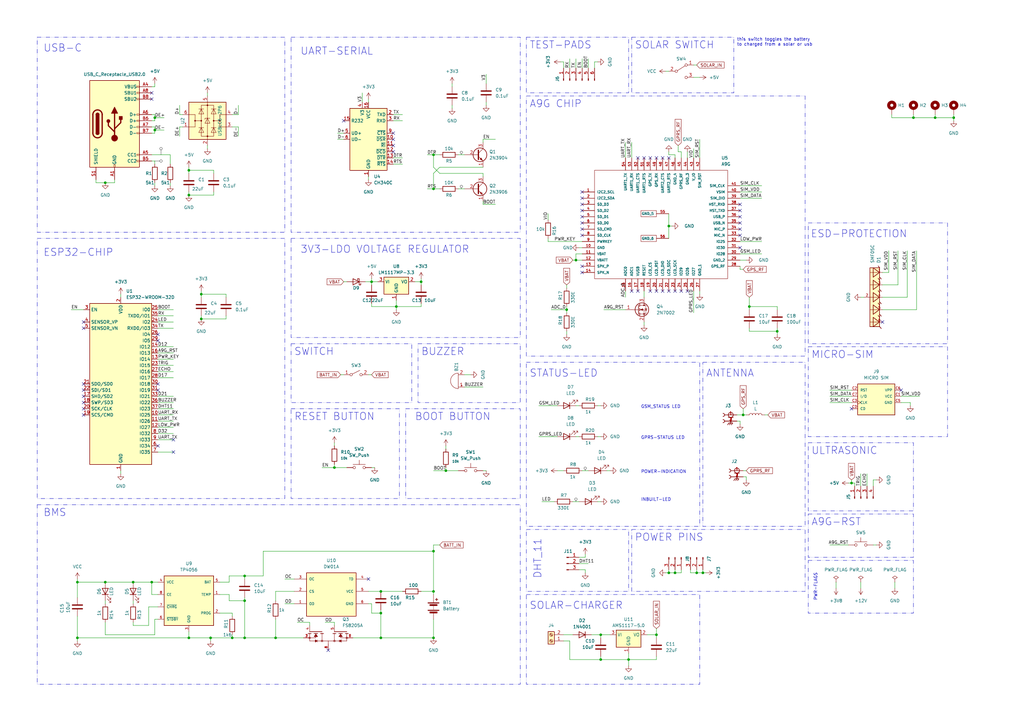
<source format=kicad_sch>
(kicad_sch (version 20230121) (generator eeschema)
  (paper "A3")
  (junction (at 177.8 242.57))
  (junction (at 82.55 120.65))
  (junction (at 31.75 261.62))
  (junction (at 63.5 53.34))
  (junction (at 246.38 260.35))
  (junction (at 156.21 261.62))
  (junction (at 349.25 198.12))
  (junction (at 95.25 261.62))
  (junction (at 182.88 193.04))
  (junction (at 276.86 234.95))
  (junction (at 177.8 261.62))
  (junction (at 257.81 270.51))
  (junction (at 172.72 115.57))
  (junction (at 288.29 234.95))
  (junction (at 82.55 130.81))
  (junction (at 232.41 127))
  (junction (at 383.54 48.26))
  (junction (at 77.47 69.85))
  (junction (at 137.16 191.77))
  (junction (at 236.22 106.68))
  (junction (at 274.32 92.71))
  (junction (at 156.21 251.46))
  (junction (at 391.16 48.26))
  (junction (at 152.4 115.57))
  (junction (at 285.75 234.95))
  (junction (at 162.56 125.73))
  (junction (at 31.75 238.76))
  (junction (at 77.47 261.62))
  (junction (at 43.18 238.76))
  (junction (at 156.21 242.57))
  (junction (at 246.38 270.51))
  (junction (at 100.33 261.62))
  (junction (at 307.34 125.73))
  (junction (at 274.32 234.95))
  (junction (at 86.36 261.62))
  (junction (at 177.8 63.5))
  (junction (at 100.33 236.22))
  (junction (at 269.24 260.35))
  (junction (at 177.8 77.47))
  (junction (at 113.03 261.62))
  (junction (at 43.18 74.93))
  (junction (at 374.65 48.26))
  (junction (at 100.33 246.38))
  (junction (at 77.47 80.01))
  (junction (at 177.8 226.06))
  (junction (at 304.8 170.18))
  (junction (at 318.77 135.89))
  (junction (at 54.61 238.76))
  (junction (at 62.23 238.76))
  (junction (at 63.5 48.26))
  (no_connect (at 238.76 83.82))
  (no_connect (at 303.53 101.6))
  (no_connect (at 64.77 160.02))
  (no_connect (at 261.62 64.77))
  (no_connect (at 271.78 119.38))
  (no_connect (at 303.53 83.82))
  (no_connect (at 161.29 62.23))
  (no_connect (at 238.76 81.28))
  (no_connect (at 264.16 64.77))
  (no_connect (at 349.25 167.64))
  (no_connect (at 64.77 137.16))
  (no_connect (at 279.4 119.38))
  (no_connect (at 34.29 157.48))
  (no_connect (at 361.95 132.08))
  (no_connect (at 266.7 64.77))
  (no_connect (at 238.76 78.74))
  (no_connect (at 303.53 91.44))
  (no_connect (at 274.32 64.77))
  (no_connect (at 34.29 167.64))
  (no_connect (at 238.76 96.52))
  (no_connect (at 238.76 88.9))
  (no_connect (at 238.76 91.44))
  (no_connect (at 64.77 157.48))
  (no_connect (at 238.76 86.36))
  (no_connect (at 303.53 88.9))
  (no_connect (at 161.29 57.15))
  (no_connect (at 34.29 165.1))
  (no_connect (at 64.77 182.88))
  (no_connect (at 62.23 40.64))
  (no_connect (at 34.29 134.62))
  (no_connect (at 71.12 185.42))
  (no_connect (at 71.12 180.34))
  (no_connect (at 161.29 59.69))
  (no_connect (at 281.94 119.38))
  (no_connect (at 34.29 132.08))
  (no_connect (at 34.29 162.56))
  (no_connect (at 140.97 49.53))
  (no_connect (at 62.23 38.1))
  (no_connect (at 238.76 93.98))
  (no_connect (at 64.77 139.7))
  (no_connect (at 303.53 93.98))
  (no_connect (at 34.29 170.18))
  (no_connect (at 261.62 119.38))
  (no_connect (at 269.24 64.77))
  (no_connect (at 259.08 119.38))
  (no_connect (at 238.76 109.22))
  (no_connect (at 369.57 160.02))
  (no_connect (at 266.7 119.38))
  (no_connect (at 161.29 54.61))
  (no_connect (at 274.32 119.38))
  (no_connect (at 303.53 96.52))
  (no_connect (at 34.29 160.02))
  (no_connect (at 276.86 119.38))
  (no_connect (at 134.62 266.7))
  (no_connect (at 303.53 86.36))
  (no_connect (at 151.13 237.49))
  (no_connect (at 269.24 119.38))
  (no_connect (at 238.76 111.76))
  (no_connect (at 271.78 64.77))
  (wire (pts (xy 182.88 191.77) (xy 182.88 193.04)))
  (wire (pts (xy 64.77 129.54) (xy 71.12 129.54)))
  (wire (pts (xy 185.42 34.29) (xy 185.42 35.56)))
  (wire (pts (xy 237.49 233.68) (xy 240.03 233.68)))
  (wire (pts (xy 365.76 46.99) (xy 365.76 48.26)))
  (wire (pts (xy 257.81 267.97) (xy 257.81 270.51)))
  (wire (pts (xy 304.8 170.18) (xy 306.07 170.18)))
  (wire (pts (xy 77.47 80.01) (xy 87.63 80.01)))
  (wire (pts (xy 63.5 260.35) (xy 63.5 254)))
  (wire (pts (xy 340.36 162.56) (xy 349.25 162.56)))
  (wire (pts (xy 152.4 125.73) (xy 162.56 125.73)))
  (wire (pts (xy 60.96 256.54) (xy 60.96 248.92)))
  (wire (pts (xy 285.75 233.68) (xy 285.75 234.95)))
  (wire (pts (xy 228.6 193.04) (xy 231.14 193.04)))
  (wire (pts (xy 64.77 165.1) (xy 71.12 165.1)))
  (wire (pts (xy 127 256.54) (xy 127 255.27)))
  (wire (pts (xy 139.7 153.67) (xy 140.97 153.67)))
  (wire (pts (xy 180.34 68.58) (xy 177.8 71.12)))
  (wire (pts (xy 172.72 114.3) (xy 172.72 115.57)))
  (wire (pts (xy 246.38 270.51) (xy 233.68 270.51)))
  (wire (pts (xy 374.65 48.26) (xy 374.65 46.99)))
  (wire (pts (xy 259.08 58.42) (xy 259.08 64.77)))
  (wire (pts (xy 62.23 238.76) (xy 62.23 243.84)))
  (wire (pts (xy 248.92 193.04) (xy 250.19 193.04)))
  (wire (pts (xy 303.53 110.49) (xy 304.8 110.49)))
  (wire (pts (xy 220.98 179.07) (xy 228.6 179.07)))
  (wire (pts (xy 85.09 59.69) (xy 85.09 60.96)))
  (wire (pts (xy 177.8 226.06) (xy 177.8 242.57)))
  (wire (pts (xy 113.03 261.62) (xy 124.46 261.62)))
  (wire (pts (xy 279.4 234.95) (xy 276.86 234.95)))
  (wire (pts (xy 361.95 127) (xy 375.92 127)))
  (wire (pts (xy 307.34 135.89) (xy 318.77 135.89)))
  (wire (pts (xy 86.36 261.62) (xy 95.25 261.62)))
  (wire (pts (xy 269.24 269.24) (xy 269.24 270.51)))
  (wire (pts (xy 256.54 58.42) (xy 256.54 64.77)))
  (wire (pts (xy 361.95 116.84) (xy 368.3 116.84)))
  (wire (pts (xy 138.43 57.15) (xy 140.97 57.15)))
  (wire (pts (xy 283.21 233.68) (xy 283.21 234.95)))
  (wire (pts (xy 133.35 255.27) (xy 137.16 255.27)))
  (wire (pts (xy 116.84 237.49) (xy 120.65 237.49)))
  (wire (pts (xy 391.16 48.26) (xy 383.54 48.26)))
  (wire (pts (xy 361.95 111.76) (xy 364.49 111.76)))
  (wire (pts (xy 31.75 261.62) (xy 31.75 262.89)))
  (wire (pts (xy 240.03 227.33) (xy 240.03 228.6)))
  (wire (pts (xy 284.48 31.75) (xy 287.02 31.75)))
  (wire (pts (xy 64.77 142.24) (xy 71.12 142.24)))
  (wire (pts (xy 185.42 43.18) (xy 185.42 44.45)))
  (wire (pts (xy 232.41 127) (xy 232.41 128.27)))
  (wire (pts (xy 278.13 59.69) (xy 278.13 62.23)))
  (wire (pts (xy 284.48 119.38) (xy 284.48 128.27)))
  (wire (pts (xy 354.33 121.92) (xy 353.06 121.92)))
  (wire (pts (xy 64.77 149.86) (xy 71.12 149.86)))
  (wire (pts (xy 90.17 251.46) (xy 95.25 251.46)))
  (wire (pts (xy 73.66 55.88) (xy 73.66 52.07)))
  (wire (pts (xy 391.16 48.26) (xy 391.16 49.53)))
  (wire (pts (xy 318.77 135.89) (xy 318.77 134.62)))
  (wire (pts (xy 64.77 134.62) (xy 71.12 134.62)))
  (wire (pts (xy 161.29 67.31) (xy 165.1 67.31)))
  (wire (pts (xy 77.47 69.85) (xy 87.63 69.85)))
  (wire (pts (xy 87.63 78.74) (xy 87.63 80.01)))
  (wire (pts (xy 274.32 92.71) (xy 274.32 97.79)))
  (wire (pts (xy 31.75 261.62) (xy 77.47 261.62)))
  (wire (pts (xy 170.18 115.57) (xy 172.72 115.57)))
  (wire (pts (xy 340.36 165.1) (xy 349.25 165.1)))
  (wire (pts (xy 222.25 205.74) (xy 227.33 205.74)))
  (wire (pts (xy 63.5 53.34) (xy 63.5 54.61)))
  (wire (pts (xy 234.95 205.74) (xy 237.49 205.74)))
  (wire (pts (xy 307.34 134.62) (xy 307.34 135.89)))
  (wire (pts (xy 232.41 125.73) (xy 232.41 127)))
  (wire (pts (xy 93.98 243.84) (xy 93.98 246.38)))
  (wire (pts (xy 303.53 81.28) (xy 312.42 81.28)))
  (wire (pts (xy 232.41 116.84) (xy 232.41 118.11)))
  (wire (pts (xy 177.8 77.47) (xy 180.34 77.47)))
  (wire (pts (xy 97.79 55.88) (xy 97.79 52.07)))
  (wire (pts (xy 54.61 256.54) (xy 60.96 256.54)))
  (wire (pts (xy 82.55 129.54) (xy 82.55 130.81)))
  (wire (pts (xy 257.81 270.51) (xy 269.24 270.51)))
  (wire (pts (xy 349.25 198.12) (xy 350.52 198.12)))
  (wire (pts (xy 238.76 104.14) (xy 236.22 104.14)))
  (wire (pts (xy 187.96 63.5) (xy 190.5 63.5)))
  (wire (pts (xy 93.98 246.38) (xy 100.33 246.38)))
  (wire (pts (xy 64.77 152.4) (xy 71.12 152.4)))
  (wire (pts (xy 82.55 130.81) (xy 92.71 130.81)))
  (wire (pts (xy 247.65 127) (xy 256.54 127)))
  (wire (pts (xy 236.22 166.37) (xy 237.49 166.37)))
  (wire (pts (xy 100.33 236.22) (xy 107.95 236.22)))
  (wire (pts (xy 43.18 238.76) (xy 54.61 238.76)))
  (wire (pts (xy 74.93 52.07) (xy 73.66 52.07)))
  (wire (pts (xy 137.16 256.54) (xy 137.16 255.27)))
  (wire (pts (xy 152.4 191.77) (xy 153.67 191.77)))
  (wire (pts (xy 137.16 190.5) (xy 137.16 191.77)))
  (wire (pts (xy 116.84 247.65) (xy 120.65 247.65)))
  (wire (pts (xy 233.68 262.89) (xy 233.68 270.51)))
  (wire (pts (xy 233.68 27.94) (xy 233.68 24.13)))
  (wire (pts (xy 100.33 246.38) (xy 100.33 261.62)))
  (wire (pts (xy 62.23 63.5) (xy 69.85 63.5)))
  (wire (pts (xy 43.18 246.38) (xy 43.18 247.65)))
  (wire (pts (xy 243.84 25.4) (xy 245.11 25.4)))
  (wire (pts (xy 64.77 177.8) (xy 71.12 177.8)))
  (wire (pts (xy 82.55 119.38) (xy 82.55 120.65)))
  (wire (pts (xy 154.94 115.57) (xy 152.4 115.57)))
  (wire (pts (xy 365.76 48.26) (xy 374.65 48.26)))
  (wire (pts (xy 64.77 243.84) (xy 62.23 243.84)))
  (wire (pts (xy 276.86 234.95) (xy 274.32 234.95)))
  (wire (pts (xy 121.92 255.27) (xy 127 255.27)))
  (wire (pts (xy 274.32 233.68) (xy 274.32 234.95)))
  (wire (pts (xy 63.5 48.26) (xy 63.5 49.53)))
  (wire (pts (xy 303.53 104.14) (xy 312.42 104.14)))
  (wire (pts (xy 100.33 261.62) (xy 95.25 261.62)))
  (wire (pts (xy 100.33 236.22) (xy 100.33 237.49)))
  (wire (pts (xy 64.77 154.94) (xy 71.12 154.94)))
  (wire (pts (xy 64.77 167.64) (xy 71.12 167.64)))
  (wire (pts (xy 113.03 246.38) (xy 113.03 242.57)))
  (wire (pts (xy 64.77 175.26) (xy 71.12 175.26)))
  (wire (pts (xy 49.53 193.04) (xy 49.53 194.31)))
  (wire (pts (xy 137.16 191.77) (xy 142.24 191.77)))
  (wire (pts (xy 383.54 48.26) (xy 374.65 48.26)))
  (wire (pts (xy 238.76 27.94) (xy 238.76 24.13)))
  (wire (pts (xy 54.61 238.76) (xy 62.23 238.76)))
  (wire (pts (xy 373.38 166.37) (xy 373.38 165.1)))
  (wire (pts (xy 177.8 63.5) (xy 180.34 63.5)))
  (wire (pts (xy 152.4 114.3) (xy 152.4 115.57)))
  (wire (pts (xy 391.16 46.99) (xy 391.16 48.26)))
  (wire (pts (xy 107.95 226.06) (xy 177.8 226.06)))
  (wire (pts (xy 64.77 147.32) (xy 71.12 147.32)))
  (wire (pts (xy 274.32 87.63) (xy 274.32 92.71)))
  (wire (pts (xy 31.75 237.49) (xy 31.75 238.76)))
  (wire (pts (xy 54.61 246.38) (xy 54.61 247.65)))
  (wire (pts (xy 358.14 223.52) (xy 359.41 223.52)))
  (wire (pts (xy 162.56 125.73) (xy 172.72 125.73)))
  (wire (pts (xy 161.29 49.53) (xy 165.1 49.53)))
  (wire (pts (xy 77.47 78.74) (xy 77.47 80.01)))
  (wire (pts (xy 220.98 166.37) (xy 228.6 166.37)))
  (wire (pts (xy 224.79 97.79) (xy 224.79 99.06)))
  (wire (pts (xy 303.53 99.06) (xy 312.42 99.06)))
  (wire (pts (xy 152.4 124.46) (xy 152.4 125.73)))
  (wire (pts (xy 62.23 238.76) (xy 64.77 238.76)))
  (wire (pts (xy 350.52 198.12) (xy 350.52 199.39)))
  (wire (pts (xy 93.98 238.76) (xy 93.98 236.22)))
  (wire (pts (xy 162.56 125.73) (xy 162.56 127)))
  (wire (pts (xy 90.17 238.76) (xy 93.98 238.76)))
  (wire (pts (xy 198.12 83.82) (xy 203.2 83.82)))
  (wire (pts (xy 303.53 106.68) (xy 306.07 106.68)))
  (wire (pts (xy 313.69 170.18) (xy 314.96 170.18)))
  (wire (pts (xy 77.47 68.58) (xy 77.47 69.85)))
  (wire (pts (xy 375.92 102.87) (xy 375.92 127)))
  (wire (pts (xy 372.11 102.87) (xy 372.11 121.92)))
  (wire (pts (xy 172.72 115.57) (xy 172.72 116.84)))
  (wire (pts (xy 303.53 172.72) (xy 303.53 173.99)))
  (wire (pts (xy 240.03 233.68) (xy 240.03 234.95)))
  (wire (pts (xy 95.25 251.46) (xy 95.25 252.73)))
  (wire (pts (xy 246.38 260.35) (xy 246.38 261.62)))
  (wire (pts (xy 113.03 242.57) (xy 120.65 242.57)))
  (wire (pts (xy 237.49 228.6) (xy 240.03 228.6)))
  (wire (pts (xy 242.57 260.35) (xy 246.38 260.35)))
  (wire (pts (xy 152.4 247.65) (xy 152.4 251.46)))
  (wire (pts (xy 236.22 106.68) (xy 238.76 106.68)))
  (wire (pts (xy 77.47 261.62) (xy 86.36 261.62)))
  (wire (pts (xy 287.02 119.38) (xy 287.02 120.65)))
  (wire (pts (xy 303.53 109.22) (xy 303.53 110.49)))
  (wire (pts (xy 64.77 180.34) (xy 71.12 180.34)))
  (wire (pts (xy 368.3 102.87) (xy 368.3 116.84)))
  (wire (pts (xy 288.29 234.95) (xy 285.75 234.95)))
  (wire (pts (xy 62.23 46.99) (xy 63.5 46.99)))
  (wire (pts (xy 182.88 193.04) (xy 187.96 193.04)))
  (wire (pts (xy 148.59 38.1) (xy 148.59 41.91)))
  (wire (pts (xy 152.4 251.46) (xy 156.21 251.46)))
  (wire (pts (xy 63.5 48.26) (xy 67.31 48.26)))
  (wire (pts (xy 90.17 243.84) (xy 93.98 243.84)))
  (wire (pts (xy 54.61 255.27) (xy 54.61 256.54)))
  (wire (pts (xy 347.98 198.12) (xy 349.25 198.12)))
  (wire (pts (xy 307.34 121.92) (xy 307.34 125.73)))
  (wire (pts (xy 284.48 60.96) (xy 284.48 64.77)))
  (wire (pts (xy 224.79 99.06) (xy 238.76 99.06)))
  (wire (pts (xy 307.34 125.73) (xy 307.34 127)))
  (wire (pts (xy 69.85 63.5) (xy 69.85 67.31)))
  (wire (pts (xy 63.5 34.29) (xy 63.5 35.56)))
  (wire (pts (xy 31.75 245.11) (xy 31.75 238.76)))
  (wire (pts (xy 198.12 57.15) (xy 203.2 57.15)))
  (wire (pts (xy 237.49 101.6) (xy 238.76 101.6)))
  (wire (pts (xy 46.99 74.93) (xy 43.18 74.93)))
  (wire (pts (xy 353.06 199.39) (xy 353.06 194.31)))
  (wire (pts (xy 340.36 160.02) (xy 349.25 160.02)))
  (wire (pts (xy 64.77 185.42) (xy 71.12 185.42)))
  (wire (pts (xy 69.85 74.93) (xy 69.85 76.2)))
  (wire (pts (xy 162.56 125.73) (xy 162.56 123.19)))
  (wire (pts (xy 172.72 242.57) (xy 177.8 242.57)))
  (wire (pts (xy 63.5 254) (xy 64.77 254)))
  (wire (pts (xy 265.43 260.35) (xy 269.24 260.35)))
  (wire (pts (xy 85.09 38.1) (xy 85.09 39.37)))
  (wire (pts (xy 87.63 69.85) (xy 87.63 71.12)))
  (wire (pts (xy 107.95 236.22) (xy 107.95 226.06)))
  (wire (pts (xy 29.21 127) (xy 34.29 127)))
  (wire (pts (xy 237.49 231.14) (xy 241.3 231.14)))
  (wire (pts (xy 92.71 120.65) (xy 92.71 121.92)))
  (wire (pts (xy 64.77 132.08) (xy 71.12 132.08)))
  (wire (pts (xy 304.8 195.58) (xy 306.07 195.58)))
  (wire (pts (xy 82.55 120.65) (xy 92.71 120.65)))
  (wire (pts (xy 60.96 248.92) (xy 64.77 248.92)))
  (wire (pts (xy 264.16 119.38) (xy 264.16 121.92)))
  (wire (pts (xy 161.29 46.99) (xy 165.1 46.99)))
  (wire (pts (xy 236.22 27.94) (xy 236.22 24.13)))
  (wire (pts (xy 279.4 62.23) (xy 279.4 64.77)))
  (wire (pts (xy 274.32 63.5) (xy 276.86 63.5)))
  (wire (pts (xy 361.95 121.92) (xy 372.11 121.92)))
  (wire (pts (xy 199.39 41.91) (xy 199.39 43.18)))
  (wire (pts (xy 278.13 62.23) (xy 279.4 62.23)))
  (wire (pts (xy 144.78 261.62) (xy 156.21 261.62)))
  (wire (pts (xy 100.33 245.11) (xy 100.33 246.38)))
  (wire (pts (xy 367.03 238.76) (xy 367.03 241.3)))
  (wire (pts (xy 342.9 238.76) (xy 342.9 241.3)))
  (wire (pts (xy 140.97 115.57) (xy 142.24 115.57)))
  (wire (pts (xy 63.5 74.93) (xy 63.5 76.2)))
  (wire (pts (xy 269.24 257.81) (xy 269.24 260.35)))
  (wire (pts (xy 39.37 73.66) (xy 39.37 74.93)))
  (wire (pts (xy 177.8 223.52) (xy 180.34 223.52)))
  (wire (pts (xy 31.75 238.76) (xy 43.18 238.76)))
  (wire (pts (xy 383.54 46.99) (xy 383.54 48.26)))
  (wire (pts (xy 355.6 199.39) (xy 355.6 194.31)))
  (wire (pts (xy 172.72 124.46) (xy 172.72 125.73)))
  (wire (pts (xy 273.05 29.21) (xy 274.32 29.21)))
  (wire (pts (xy 274.32 92.71) (xy 275.59 92.71)))
  (wire (pts (xy 198.12 71.12) (xy 180.34 71.12)))
  (wire (pts (xy 307.34 125.73) (xy 318.77 125.73)))
  (wire (pts (xy 177.8 254) (xy 177.8 261.62)))
  (wire (pts (xy 62.23 66.04) (xy 63.5 66.04)))
  (wire (pts (xy 234.95 106.68) (xy 236.22 106.68)))
  (wire (pts (xy 137.16 181.61) (xy 137.16 182.88)))
  (wire (pts (xy 63.5 46.99) (xy 63.5 48.26)))
  (wire (pts (xy 304.8 193.04) (xy 306.07 193.04)))
  (wire (pts (xy 175.26 63.5) (xy 177.8 63.5)))
  (wire (pts (xy 63.5 52.07) (xy 63.5 53.34)))
  (wire (pts (xy 180.34 71.12) (xy 177.8 68.58)))
  (wire (pts (xy 39.37 74.93) (xy 43.18 74.93)))
  (wire (pts (xy 340.36 223.52) (xy 347.98 223.52)))
  (wire (pts (xy 77.47 259.08) (xy 77.47 261.62)))
  (wire (pts (xy 95.25 52.07) (xy 97.79 52.07)))
  (wire (pts (xy 64.77 127) (xy 71.12 127)))
  (wire (pts (xy 303.53 78.74) (xy 312.42 78.74)))
  (wire (pts (xy 279.4 233.68) (xy 279.4 234.95)))
  (wire (pts (xy 175.26 77.47) (xy 177.8 77.47)))
  (wire (pts (xy 92.71 129.54) (xy 92.71 130.81)))
  (wire (pts (xy 64.77 162.56) (xy 71.12 162.56)))
  (wire (pts (xy 62.23 54.61) (xy 63.5 54.61)))
  (wire (pts (xy 93.98 236.22) (xy 100.33 236.22)))
  (wire (pts (xy 358.14 199.39) (xy 358.14 196.85)))
  (wire (pts (xy 353.06 238.76) (xy 353.06 241.3)))
  (wire (pts (xy 187.96 77.47) (xy 190.5 77.47)))
  (wire (pts (xy 177.8 63.5) (xy 177.8 68.58)))
  (wire (pts (xy 177.8 223.52) (xy 177.8 226.06)))
  (wire (pts (xy 177.8 242.57) (xy 177.8 243.84)))
  (wire (pts (xy 151.13 72.39) (xy 151.13 73.66)))
  (wire (pts (xy 302.26 172.72) (xy 303.53 172.72)))
  (wire (pts (xy 62.23 35.56) (xy 63.5 35.56)))
  (wire (pts (xy 43.18 260.35) (xy 63.5 260.35)))
  (wire (pts (xy 318.77 125.73) (xy 318.77 127)))
  (wire (pts (xy 245.11 179.07) (xy 246.38 179.07)))
  (wire (pts (xy 318.77 135.89) (xy 318.77 137.16)))
  (wire (pts (xy 306.07 195.58) (xy 306.07 196.85)))
  (wire (pts (xy 364.49 102.87) (xy 364.49 111.76)))
  (wire (pts (xy 151.13 40.64) (xy 151.13 41.91)))
  (wire (pts (xy 77.47 69.85) (xy 77.47 71.12)))
  (wire (pts (xy 100.33 261.62) (xy 113.03 261.62)))
  (wire (pts (xy 229.87 25.4) (xy 231.14 25.4)))
  (wire (pts (xy 289.56 234.95) (xy 288.29 234.95)))
  (wire (pts (xy 303.53 76.2) (xy 312.42 76.2)))
  (wire (pts (xy 151.13 247.65) (xy 152.4 247.65)))
  (wire (pts (xy 302.26 170.18) (xy 304.8 170.18)))
  (wire (pts (xy 86.36 261.62) (xy 86.36 262.89)))
  (wire (pts (xy 63.5 53.34) (xy 67.31 53.34)))
  (wire (pts (xy 177.8 261.62) (xy 156.21 261.62)))
  (wire (pts (xy 95.25 260.35) (xy 95.25 261.62)))
  (wire (pts (xy 373.38 165.1) (xy 369.57 165.1)))
  (wire (pts (xy 256.54 119.38) (xy 256.54 121.92)))
  (wire (pts (xy 224.79 87.63) (xy 224.79 90.17)))
  (wire (pts (xy 177.8 193.04) (xy 182.88 193.04)))
  (wire (pts (xy 243.84 27.94) (xy 243.84 25.4)))
  (wire (pts (xy 138.43 54.61) (xy 140.97 54.61)))
  (wire (pts (xy 264.16 132.08) (xy 264.16 133.35)))
  (wire (pts (xy 232.41 135.89) (xy 232.41 137.16)))
  (wire (pts (xy 161.29 64.77) (xy 165.1 64.77)))
  (wire (pts (xy 62.23 49.53) (xy 63.5 49.53)))
  (wire (pts (xy 231.14 260.35) (xy 234.95 260.35)))
  (wire (pts (xy 156.21 242.57) (xy 165.1 242.57)))
  (wire (pts (xy 276.86 63.5) (xy 276.86 64.77)))
  (wire (pts (xy 43.18 255.27) (xy 43.18 260.35)))
  (wire (pts (xy 198.12 68.58) (xy 180.34 68.58)))
  (wire (pts (xy 236.22 104.14) (xy 236.22 106.68)))
  (wire (pts (xy 62.23 52.07) (xy 63.5 52.07)))
  (wire (pts (xy 274.32 63.5) (xy 274.32 62.23)))
  (wire (pts (xy 241.3 27.94) (xy 241.3 24.13)))
  (wire (pts (xy 82.55 120.65) (xy 82.55 121.92)))
  (wire (pts (xy 31.75 252.73) (xy 31.75 261.62)))
  (wire (pts (xy 288.29 233.68) (xy 288.29 234.95)))
  (wire (pts (xy 245.11 166.37) (xy 246.38 166.37)))
  (wire (pts (xy 231.14 27.94) (xy 231.14 25.4)))
  (wire (pts (xy 132.08 191.77) (xy 137.16 191.77)))
  (wire (pts (xy 281.94 62.23) (xy 281.94 64.77)))
  (wire (pts (xy 198.12 82.55) (xy 198.12 83.82)))
  (wire (pts (xy 245.11 205.74) (xy 246.38 205.74)))
  (wire (pts (xy 156.21 251.46) (xy 156.21 250.19)))
  (wire (pts (xy 349.25 198.12) (xy 349.25 196.85)))
  (wire (pts (xy 246.38 269.24) (xy 246.38 270.51)))
  (wire (pts (xy 74.93 46.99) (xy 73.66 46.99)))
  (wire (pts (xy 190.5 153.67) (xy 193.04 153.67)))
  (wire (pts (xy 152.4 115.57) (xy 152.4 116.84)))
  (wire (pts (xy 284.48 26.67) (xy 285.75 26.67)))
  (wire (pts (xy 246.38 260.35) (xy 250.19 260.35)))
  (wire (pts (xy 236.22 179.07) (xy 237.49 179.07)))
  (wire (pts (xy 95.25 46.99) (xy 97.79 46.99)))
  (wire (pts (xy 358.14 196.85) (xy 359.41 196.85)))
  (wire (pts (xy 198.12 71.12) (xy 198.12 72.39)))
  (wire (pts (xy 97.79 46.99) (xy 97.79 43.18)))
  (wire (pts (xy 257.81 270.51) (xy 257.81 273.05)))
  (wire (pts (xy 151.13 242.57) (xy 156.21 242.57)))
  (wire (pts (xy 63.5 66.04) (xy 63.5 67.31)))
  (wire (pts (xy 269.24 260.35) (xy 269.24 261.62)))
  (wire (pts (xy 369.57 162.56) (xy 377.19 162.56)))
  (wire (pts (xy 156.21 261.62) (xy 156.21 251.46)))
  (wire (pts (xy 113.03 261.62) (xy 113.03 254)))
  (wire (pts (xy 304.8 167.64) (xy 304.8 170.18)))
  (wire (pts (xy 238.76 193.04) (xy 241.3 193.04)))
  (wire (pts (xy 283.21 234.95) (xy 285.75 234.95)))
  (wire (pts (xy 231.14 262.89) (xy 233.68 262.89)))
  (wire (pts (xy 198.12 57.15) (xy 198.12 58.42)))
  (wire (pts (xy 151.13 153.67) (xy 152.4 153.67)))
  (wire (pts (xy 276.86 233.68) (xy 276.86 234.95)))
  (wire (pts (xy 149.86 115.57) (xy 152.4 115.57)))
  (wire (pts (xy 199.39 30.48) (xy 199.39 34.29)))
  (wire (pts (xy 64.77 144.78) (xy 71.12 144.78)))
  (wire (pts (xy 226.06 127) (xy 232.41 127)))
  (wire (pts (xy 190.5 158.75) (xy 198.12 158.75)))
  (wire (pts (xy 177.8 71.12) (xy 177.8 77.47)))
  (wire (pts (xy 64.77 172.72) (xy 71.12 172.72)))
  (wire (pts (xy 73.66 46.99) (xy 73.66 43.18)))
  (wire (pts (xy 49.53 120.65) (xy 49.53 121.92)))
  (wire (pts (xy 287.02 57.15) (xy 287.02 64.77)))
  (wire (pts (xy 64.77 170.18) (xy 71.12 170.18)))
  (wire (pts (xy 198.12 193.04) (xy 199.39 193.04)))
  (wire (pts (xy 182.88 182.88) (xy 182.88 184.15)))
  (wire (pts (xy 274.32 234.95) (xy 273.05 234.95)))
  (wire (pts (xy 246.38 270.51) (xy 257.81 270.51)))
  (wire (pts (xy 46.99 73.66) (xy 46.99 74.93)))
  (rectangle (start 331.47 91.44) (end 388.62 140.97) (stroke (width 0) (type dash_dot_dot)))
  (rectangle (start 331.47 181.61) (end 374.65 209.55) (stroke (width 0) (type dash_dot_dot)))
  (rectangle (start 259.08 15.24) (end 300.99 38.1) (stroke (width 0) (type dash_dot_dot)))
  (rectangle (start 166.37 167.64) (end 213.36 204.47) (stroke (width 0) (type dash_dot_dot)))
  (rectangle (start 331.47 210.82) (end 374.65 228.6) (stroke (width 0) (type dash_dot_dot)))
  (rectangle (start 15.24 207.01) (end 213.36 280.67) (stroke (width 0) (type dash_dot_dot)))
  (rectangle (start 119.38 15.24) (end 213.36 95.25) (stroke (width 0) (type dash_dot_dot)))
  (rectangle (start 119.38 97.79) (end 213.36 138.43) (stroke (width 0) (type dash_dot_dot)))
  (rectangle (start 331.47 229.87) (end 374.65 251.46) (stroke (width 0) (type dash_dot_dot)))
  (rectangle (start 288.29 148.59) (end 330.2 215.9) (stroke (width 0) (type dash_dot_dot)))
  (rectangle (start 119.38 140.97) (end 168.91 165.1) (stroke (width 0) (type dash_dot_dot)))
  (rectangle (start 119.38 167.64) (end 163.83 204.47) (stroke (width 0) (type dash_dot_dot)))
  (rectangle (start 171.45 140.97) (end 213.36 165.1) (stroke (width 0) (type dash_dot_dot)))
  (rectangle (start 15.24 97.79) (end 116.84 204.47) (stroke (width 0) (type dash_dot_dot)))
  (rectangle (start 215.9 217.17) (end 257.81 242.57) (stroke (width 0) (type dash_dot_dot)))
  (rectangle (start 15.24 15.24) (end 116.84 95.25) (stroke (width 0) (type dash_dot_dot)))
  (rectangle (start 215.9 15.24) (end 257.81 38.1) (stroke (width 0) (type dash_dot_dot)))
  (rectangle (start 215.9 148.59) (end 287.02 215.9) (stroke (width 0) (type dash_dot_dot)))
  (rectangle (start 215.9 243.84) (end 287.02 280.67) (stroke (width 0) (type dash_dot_dot)))
  (rectangle (start 331.47 142.24) (end 388.62 179.07) (stroke (width 0) (type dash_dot_dot)))
  (rectangle (start 259.08 217.17) (end 330.2 242.57) (stroke (width 0) (type dash_dot_dot)))
  (rectangle (start 215.9 39.37) (end 330.2 146.05) (stroke (width 0) (type dash_dot_dot)))
  (text "GSM_STATUS LED " (at 262.89 167.64 0) (effects (font (size 1.27 1.27)) (justify left bottom)))
  (text "RESET BUTTON" (at 120.65 172.72 0) (effects (font (size 3 3)) (justify left bottom)))
  (text "PWR-FLAGS" (at 335.28 246.38 90) (effects (font (size 1.27 1.27)) (justify left bottom)))
  (text "SOLAR SWITCH" (at 260.35 20.32 0) (effects (font (size 3 3)) (justify left bottom)))
  (text "TEST-PADS" (at 217.17 20.32 0) (effects (font (size 3 3)) (justify left bottom)))
  (text "ESD-PROTECTION" (at 372.11 97.79 0) (effects (font (size 3 3)) (justify right bottom)))
  (text "A9G CHIP" (at 217.17 44.45 0) (effects (font (size 3 3)) (justify left bottom)))
  (text "BUZZER" (at 172.72 146.05 0) (effects (font (size 3 3)) (justify left bottom)))
  (text "SOLAR-CHARGER" (at 217.17 250.19 0) (effects (font (size 3 3)) (justify left bottom)))
  (text "STATUS-LED" (at 217.17 154.94 0) (effects (font (size 3 3)) (justify left bottom)))
  (text "DHT_11" (at 222.25 237.49 90) (effects (font (size 3 3)) (justify left bottom)))
  (text "ANTENNA" (at 289.56 154.94 0) (effects (font (size 3 3)) (justify left bottom)))
  (text "GPRS-STATUS LED" (at 262.89 180.34 0) (effects (font (size 1.27 1.27)) (justify left bottom)))
  (text "USB-C" (at 17.78 21.59 0) (effects (font (size 3 3)) (justify left bottom)))
  (text "ESP32-CHIP" (at 17.78 105.41 0) (effects (font (size 3 3)) (justify left bottom)))
  (text "UART-SERIAL" (at 123.19 22.86 0) (effects (font (size 3 3)) (justify left bottom)))
  (text "POWER PINS" (at 260.35 222.25 0) (effects (font (size 3 3)) (justify left bottom)))
  (text "BMS" (at 17.78 212.09 0) (effects (font (size 3 3)) (justify left bottom)))
  (text "A9G-RST" (at 332.74 215.9 0) (effects (font (size 3 3)) (justify left bottom)))
  (text "BOOT BUTTON" (at 170.18 172.72 0) (effects (font (size 3 3)) (justify left bottom)))
  (text "3V3-LDO VOLTAGE REGULATOR" (at 123.19 104.14 0) (effects (font (size 3 3)) (justify left bottom)))
  (text "POWER-INDICATION" (at 262.89 194.31 0) (effects (font (size 1.27 1.27)) (justify left bottom)))
  (text "ULTRASONIC" (at 332.74 186.69 0) (effects (font (size 3 3)) (justify left bottom)))
  (text "MICRO-SIM " (at 360.68 147.32 0) (effects (font (size 3 3)) (justify right bottom)))
  (text "this switch toggles the battery \nto charged from a solar or usb" (at 302.26 19.05 0) (effects (font (size 1.27 1.27)) (justify left bottom)))
  (text "SWITCH" (at 120.65 146.05 0) (effects (font (size 3 3)) (justify left bottom)))
  (text "INBUILT-LED" (at 262.89 205.74 0) (effects (font (size 1.27 1.27)) (justify left bottom)))
  (label "SIM_DATA" (at 340.36 162.56 0))
  (label "EN" (at 29.21 127 0))
  (label "TX" (at 64.77 134.62 0))
  (label "DE-" (at 97.79 52.07 270))
  (label "SIM_VDD" (at 364.49 102.87 270))
  (label "UART_RX" (at 259.08 64.77 90))
  (label "A9G_RST" (at 64.77 144.78 0))
  (label "V3" (at 199.39 33.02 90))
  (label "DHT11" (at 237.49 231.14 0))
  (label "UART_TX" (at 64.77 172.72 0))
  (label "DE-" (at 63.5 53.34 0))
  (label "BOOT" (at 241.3 27.94 90))
  (label "EN" (at 132.08 191.77 0))
  (label "TRIG" (at 353.06 199.39 90))
  (label "GPRS_LED" (at 284.48 128.27 90))
  (label "A9G_RST" (at 247.65 127 0))
  (label "UART_RX" (at 64.77 170.18 0))
  (label "OD" (at 133.35 255.27 0))
  (label "BUZZER" (at 198.12 158.75 180))
  (label "TX" (at 236.22 27.94 90))
  (label "RTS" (at 175.26 77.47 0))
  (label "BOOT" (at 64.77 127 0))
  (label "SIM_RST" (at 368.3 102.87 270))
  (label "D+" (at 73.66 46.99 90))
  (label "OD" (at 116.84 247.65 0))
  (label "SIM_VDD" (at 303.53 78.74 0))
  (label "DE+" (at 73.66 55.88 90))
  (label "LOW_PWR" (at 64.77 175.26 0))
  (label "SIM_CLK" (at 372.11 102.87 270))
  (label "TX" (at 161.29 46.99 0))
  (label "OC" (at 116.84 237.49 0))
  (label "D17" (at 64.77 154.94 0))
  (label "GSM_LED" (at 220.98 166.37 0))
  (label "BUZZER" (at 64.77 165.1 0))
  (label "EN" (at 238.76 27.94 90))
  (label "LED" (at 64.77 132.08 0))
  (label "ECHO" (at 64.77 152.4 0))
  (label "D32" (at 64.77 177.8 0))
  (label "SIM_VDD" (at 369.57 162.56 0))
  (label "V3" (at 148.59 41.91 90))
  (label "A9G_RST" (at 347.98 223.52 180))
  (label "SIM_DATA" (at 303.53 81.28 0))
  (label "RX" (at 161.29 49.53 0))
  (label "DHT11" (at 64.77 167.64 0))
  (label "D-" (at 138.43 57.15 0))
  (label "VIO" (at 224.79 90.17 90))
  (label "BOOT" (at 177.8 193.04 0))
  (label "TRIG" (at 64.77 149.86 0))
  (label "EN" (at 198.12 57.15 0))
  (label "UART_TX" (at 256.54 64.77 90))
  (label "ECHO" (at 355.6 199.39 90))
  (label "GPRS_LED" (at 220.98 179.07 0))
  (label "GSM_LED" (at 303.53 104.14 0))
  (label "D21" (at 64.77 162.56 0))
  (label "SIM_CLK" (at 340.36 165.1 0))
  (label "PWR_KEY" (at 227.33 99.06 0))
  (label "RTS" (at 161.29 67.31 0))
  (label "SIM_RST" (at 340.36 160.02 0))
  (label "SIM_RST" (at 287.02 64.77 90))
  (label "OC" (at 121.92 255.27 0))
  (label "UART_TX" (at 64.77 180.34 0))
  (label "DTR" (at 175.26 63.5 0))
  (label "VIO" (at 284.48 64.77 90))
  (label "DTR" (at 161.29 64.77 0))
  (label "LED" (at 222.25 205.74 0))
  (label "D-" (at 97.79 46.99 90))
  (label "SIM_CLK" (at 303.53 76.2 0))
  (label "ADC_0" (at 256.54 121.92 90))
  (label "RX" (at 233.68 27.94 90))
  (label "SIM_DATA" (at 375.92 102.87 270))
  (label "ADC_0" (at 226.06 127 0))
  (label "DE+" (at 63.5 48.26 0))
  (label "LOW_PWR" (at 303.53 99.06 0))
  (label "D+" (at 138.43 54.61 0))
  (label "PWR_KEY" (at 64.77 147.32 0))
  (label "BOOT" (at 198.12 83.82 0))
  (label "D12" (at 64.77 142.24 0))
  (label "RX" (at 64.77 129.54 0))
  (global_label "GPS_RF" (shape input) (at 304.8 110.49 0) (property "Intersheetrefs" "${INTERSHEET_REFS}" (effects hide)))
  (global_label "GPRS_RF" (shape input) (at 278.13 59.69 90) (property "Intersheetrefs" "${INTERSHEET_REFS}" (effects hide)))
  (global_label "VBAT" (shape input) (at 232.41 116.84 90) (property "Intersheetrefs" "${INTERSHEET_REFS}" (effects hide)))
  (global_label "GPRS_RF" (shape input) (at 306.07 193.04 0) (property "Intersheetrefs" "${INTERSHEET_REFS}" (effects hide)))
  (global_label "SOLAR_IN" (shape input) (at 285.75 26.67 0) (property "Intersheetrefs" "${INTERSHEET_REFS}" (effects hide)))
  (global_label "VBAT" (shape input) (at 140.97 115.57 180) (property "Intersheetrefs" "${INTERSHEET_REFS}" (effects hide)))
  (global_label "BATT_IN" (shape input) (at 180.34 223.52 0) (property "Intersheetrefs" "${INTERSHEET_REFS}" (effects hide)))
  (global_label "GPS_RF" (shape input) (at 304.8 167.64 90) (property "Intersheetrefs" "${INTERSHEET_REFS}" (effects hide)))
  (global_label "VBAT" (shape input) (at 349.25 196.85 90) (property "Intersheetrefs" "${INTERSHEET_REFS}" (effects hide)))
  (global_label "BATT_IN" (shape input) (at 139.7 153.67 180) (property "Intersheetrefs" "${INTERSHEET_REFS}" (effects hide)))
  (global_label "SOLAR_IN" (shape input) (at 269.24 257.81 90) (property "Intersheetrefs" "${INTERSHEET_REFS}" (effects hide)))
  (global_label "VBAT" (shape input) (at 152.4 153.67 0) (property "Intersheetrefs" "${INTERSHEET_REFS}" (effects hide)))
  (global_label "VBAT" (shape input) (at 314.96 170.18 0) (property "Intersheetrefs" "${INTERSHEET_REFS}" (effects hide)))
  (global_label "VBAT" (shape input) (at 307.34 121.92 90) (property "Intersheetrefs" "${INTERSHEET_REFS}" (effects hide)))
  (global_label "VBAT" (shape input) (at 234.95 106.68 180) (property "Intersheetrefs" "${INTERSHEET_REFS}" (effects hide)))
  (netclass_flag "" (length 1) (shape round) (at 240.03 193.04 0) (property "Netclass" "signal" (effects hide)))
  (netclass_flag "" (length 1) (shape round) (at 189.23 63.5 0) (property "Netclass" "signal" (effects hide)))
  (netclass_flag "" (length 2.54) (shape round) (at 63.5 66.04 270) (property "Netclass" "signal" (effects hide)))
  (netclass_flag "" (length 2.54) (shape round) (at 66.04 63.5 0) (property "Netclass" "signal" (effects hide)))
  (netclass_flag "" (length 1) (shape round) (at 236.22 205.74 0) (property "Netclass" "signal" (effects hide)))
  (netclass_flag "" (length 1) (shape round) (at 189.23 77.47 0) (property "Netclass" "signal" (effects hide)))
  (symbol (lib_id "power:+5V") (at 152.4 114.3 0) (unit 1)
    (property "Reference" "#PWR033" (effects hide))
    (property "Value" "+5V" (at 152.4 109.22 0))
  )
  (symbol (lib_id "Device:C") (at 100.33 241.3 0) (unit 1)
    (property "Reference" "C14" (at 104.14 240.03 0) (effects (justify left)))
    (property "Value" "10uF" (at 104.14 242.57 0) (effects (justify left)))
    (property "Footprint" "Capacitor_SMD:C_0805_2012Metric_Pad1.18x1.45mm_HandSolder" (effects hide))
  )
  (symbol (lib_id "Regulator_Linear:AMS1117-5.0") (at 257.81 260.35 0) (unit 1)
    (property "Reference" "U11" (at 257.81 254 0))
    (property "Value" "AMS1117-5.0" (at 257.81 256.54 0))
    (property "Footprint" "Package_TO_SOT_SMD:SOT-223-3_TabPin2" (effects hide))
    (property "Datasheet" "http://www.advanced-monolithic.com/pdf/ds1117.pdf" (effects hide))
  )
  (symbol (lib_id "power:GND") (at 151.13 73.66 0) (unit 1)
    (property "Reference" "#PWR016" (effects hide))
    (property "Value" "GND" (at 151.13 78.74 0))
  )
  (symbol (lib_id "Device:R") (at 232.41 121.92 0) (unit 1)
    (property "Reference" "R17" (at 229.87 123.19 90) (effects (justify left)))
    (property "Value" "330E" (at 234.95 124.46 90) (effects (justify left)))
    (property "Footprint" "Resistor_SMD:R_0805_2012Metric_Pad1.20x1.40mm_HandSolder" (effects hide))
  )
  (symbol (lib_id "Connector:Conn_01x03_Pin") (at 285.75 228.6 270) (unit 1)
    (property "Reference" "J7" (at 290.83 229.235 0))
    (property "Value" "Conn_01x03_Pin" (effects hide))
    (property "Footprint" "Connector_PinHeader_2.54mm:PinHeader_1x03_P2.54mm_Vertical" (effects hide))
  )
  (symbol (lib_id "Switch:SW_SPDT") (at 279.4 29.21 0) (unit 1)
    (property "Reference" "SW4" (at 279.4 24.13 0))
    (property "Value" "SW_SPDT" (effects hide))
    (property "Footprint" "sliderswitch:slider" (effects hide))
  )
  (symbol (lib_id "power:+3V8") (at 342.9 241.3 180) (unit 1)
    (property "Reference" "#PWR046" (effects hide))
    (property "Value" "+3V8" (at 342.9 246.38 0))
  )
  (symbol (lib_id "Device:R") (at 113.03 250.19 0) (unit 1)
    (property "Reference" "R12" (at 110.49 251.46 90) (effects (justify left)))
    (property "Value" "1k" (at 114.3 250.19 0) (effects (justify left)))
    (property "Footprint" "Resistor_SMD:R_0805_2012Metric_Pad1.20x1.40mm_HandSolder" (effects hide))
  )
  (symbol (lib_id "Switch:SW_Push") (at 353.06 223.52 0) (unit 1)
    (property "Reference" "SW5" (at 353.06 218.44 0))
    (property "Value" "SW_Push" (effects hide))
    (property "Footprint" "Button_Switch_SMD:SW_SPST_B3U-1000P" (effects hide))
  )
  (symbol (lib_id "Device:R") (at 54.61 251.46 180) (unit 1)
    (property "Reference" "R13" (at 57.15 250.19 90) (effects (justify left)))
    (property "Value" "1k" (at 52.07 250.19 90) (effects (justify left)))
    (property "Footprint" "Resistor_SMD:R_0805_2012Metric_Pad1.20x1.40mm_HandSolder" (effects hide))
  )
  (symbol (lib_id "Device:LED") (at 232.41 179.07 180) (unit 1)
    (property "Reference" "D8" (at 233.9975 171.45 0))
    (property "Value" "LED" (at 233.9975 173.99 0))
    (property "Footprint" "LED_SMD:LED_0805_2012Metric_Pad1.15x1.40mm_HandSolder" (effects hide))
  )
  (symbol (lib_id "Device:C") (at 172.72 120.65 0) (unit 1)
    (property "Reference" "C13" (at 168.91 123.19 0) (effects (justify left)))
    (property "Value" "10uF" (at 173.99 123.19 0) (effects (justify left)))
    (property "Footprint" "Capacitor_SMD:C_0805_2012Metric_Pad1.18x1.45mm_HandSolder" (effects hide))
  )
  (symbol (lib_id "Mechanical:MountingHole_Pad") (at 374.65 44.45 0) (unit 1)
    (property "Reference" "H2" (at 377.19 43.18 0) (effects (justify left)))
    (property "Value" "MountingHole_Pad" (effects hide))
    (property "Footprint" "MountingHole:MountingHole_2.2mm_M2_Pad_Via" (effects hide))
  )
  (symbol (lib_id "power:GND") (at 373.38 166.37 0) (unit 1)
    (property "Reference" "#PWR037" (effects hide))
    (property "Value" "GND" (at 373.38 171.45 0))
  )
  (symbol (lib_id "Connector:Screw_Terminal_01x02") (at 226.06 262.89 180) (unit 1)
    (property "Reference" "J4" (at 226.06 256.54 0))
    (property "Value" "Screw_Terminal_01x02" (effects hide))
    (property "Footprint" "TerminalBlock:TerminalBlock_bornier-2_P5.08mm" (effects hide))
  )
  (symbol (lib_id "power:PWR_FLAG") (at 342.9 238.76 0) (unit 1)
    (property "Reference" "#FLG01" (effects hide))
    (property "Value" "PWR_FLAG" (at 342.9 233.68 0))
  )
  (symbol (lib_id "power:GND") (at 306.07 106.68 90) (unit 1)
    (property "Reference" "#PWR049" (effects hide))
    (property "Value" "GND" (at 311.15 106.68 90) (effects (justify right)))
  )
  (symbol (lib_id "Device:LED") (at 54.61 242.57 90) (unit 1)
    (property "Reference" "D5" (at 52.07 242.57 0))
    (property "Value" "LED" (at 57.15 242.57 0))
    (property "Footprint" "LED_SMD:LED_0805_2012Metric_Pad1.15x1.40mm_HandSolder" (effects hide))
  )
  (symbol (lib_id "power:GND") (at 353.06 121.92 270) (unit 1)
    (property "Reference" "#PWR031" (effects hide))
    (property "Value" "GND" (at 347.98 121.92 0))
  )
  (symbol (lib_id "CONUFL001-SMD-T:CONUFL001-SMD-T") (at 302.26 195.58 0) (unit 1)
    (property "Reference" "J2" (at 301.1805 189.23 0))
    (property "Value" "CONUFL001-SMD-T" (effects hide))
    (property "Footprint" "Con_Ufl:LINX_CONUFL001-SMD-T" (effects hide))
    (property "MF" "Linx Technologies" (effects hide))
    (property "Description" "\nMHF1 Straight Surface Mount Jack, Tape and Reel\n" (effects hide))
    (property "Package" "None" (effects hide))
    (property "Price" "None" (effects hide))
    (property "Check_prices" "https://www.snapeda.com/parts/CONUFL001-SMD-T/Linx+Technologies+Inc./view-part/?ref=eda" (effects hide))
    (property "STANDARD" "Manufacturer Recommendations" (effects hide))
    (property "PARTREV" "B" (effects hide))
    (property "SnapEDA_Link" "https://www.snapeda.com/parts/CONUFL001-SMD-T/Linx+Technologies+Inc./view-part/?ref=snap" (effects hide))
    (property "MP" "CONUFL001-SMD-T" (effects hide))
    (property "Purchase-URL" "https://www.snapeda.com/api/url_track_click_mouser/?unipart_id=1154270&manufacturer=Linx Technologies&part_name=CONUFL001-SMD-T&search_term=ufl" (effects hide))
    (property "Availability" "In Stock" (effects hide))
    (property "MANUFACTURER" "Linx Technologies" (effects hide))
  )
  (symbol (lib_id "Device:C") (at 199.39 38.1 0) (unit 1)
    (property "Reference" "C9" (at 203.2 36.83 0) (effects (justify left)))
    (property "Value" "0.1uF" (at 203.2 39.37 0) (effects (justify left)))
    (property "Footprint" "Capacitor_SMD:C_0805_2012Metric_Pad1.18x1.45mm_HandSolder" (effects hide))
  )
  (symbol (lib_id "power:GND") (at 246.38 166.37 90) (unit 1)
    (property "Reference" "#PWR061" (effects hide))
    (property "Value" "GND" (at 250.19 166.37 90) (effects (justify right)))
  )
  (symbol (lib_id "Device:C") (at 92.71 125.73 0) (unit 1)
    (property "Reference" "C5" (at 96.52 124.46 0) (effects (justify left)))
    (property "Value" "0.1uF" (at 96.52 127 0) (effects (justify left)))
    (property "Footprint" "Capacitor_SMD:C_0805_2012Metric_Pad1.18x1.45mm_HandSolder" (effects hide))
  )
  (symbol (lib_id "power:PWR_FLAG") (at 353.06 238.76 0) (unit 1)
    (property "Reference" "#FLG02" (effects hide))
    (property "Value" "PWR_FLAG" (at 353.06 233.68 0))
  )
  (symbol (lib_id "power:+3V3") (at 228.6 193.04 90) (unit 1)
    (property "Reference" "#PWR034" (effects hide))
    (property "Value" "+3V3" (at 224.79 193.04 90) (effects (justify left)))
  )
  (symbol (lib_id "Device:LED") (at 43.18 242.57 90) (unit 1)
    (property "Reference" "D6" (at 40.64 242.57 0))
    (property "Value" "LED" (at 45.72 242.57 0))
    (property "Footprint" "LED_SMD:LED_0805_2012Metric_Pad1.15x1.40mm_HandSolder" (effects hide))
  )
  (symbol (lib_id "power:GND") (at 246.38 179.07 90) (unit 1)
    (property "Reference" "#PWR060" (effects hide))
    (property "Value" "GND" (at 250.19 179.07 90) (effects (justify right)))
  )
  (symbol (lib_id "Device:R") (at 182.88 187.96 180) (unit 1)
    (property "Reference" "R9" (at 185.42 186.69 0) (effects (justify right)))
    (property "Value" "10k" (at 185.42 189.2299 0) (effects (font (size 1 1)) (justify right)))
    (property "Footprint" "Resistor_SMD:R_0805_2012Metric_Pad1.20x1.40mm_HandSolder" (effects hide))
  )
  (symbol (lib_id "Connector:Conn_01x03_Pin") (at 232.41 231.14 0) (unit 1)
    (property "Reference" "J11" (at 233.045 226.06 0))
    (property "Value" "Conn_01x03_Pin" (effects hide))
    (property "Footprint" "Connector_JST:JST_XH_B3B-XH-AM_1x03_P2.50mm_Vertical" (effects hide))
  )
  (symbol (lib_id "power:GND") (at 237.49 101.6 270) (unit 1)
    (property "Reference" "#PWR028" (effects hide))
    (property "Value" "GND" (at 234.95 101.6 90) (effects (justify right)))
  )
  (symbol (lib_id "Device:R") (at 95.25 256.54 0) (unit 1)
    (property "Reference" "R11" (at 92.71 257.81 90) (effects (justify left)))
    (property "Value" "1k6" (at 91.44 260.35 0) (effects (justify left)))
    (property "Footprint" "Resistor_SMD:R_0805_2012Metric_Pad1.20x1.40mm_HandSolder" (effects hide))
  )
  (symbol (lib_id "power:VCC") (at 273.05 29.21 90) (unit 1)
    (property "Reference" "#PWR018" (effects hide))
    (property "Value" "VCC" (at 269.24 29.21 90) (effects (justify left)))
  )
  (symbol (lib_id "power:+3V3") (at 229.87 25.4 90) (unit 1)
    (property "Reference" "#PWR040" (effects hide))
    (property "Value" "+3V3" (at 224.79 25.4 0))
  )
  (symbol (lib_id "power:GND") (at 318.77 137.16 0) (unit 1)
    (property "Reference" "#PWR058" (effects hide))
    (property "Value" "GND" (at 318.77 142.24 0))
  )
  (symbol (lib_id "Switch:SW_Push") (at 147.32 191.77 0) (unit 1)
    (property "Reference" "SW2" (at 147.32 184.15 0))
    (property "Value" "SW_Push" (at 147.32 186.69 0))
    (property "Footprint" "Button_Switch_SMD:SW_SPST_B3U-1000P" (effects hide))
  )
  (symbol (lib_id "Device:C") (at 87.63 74.93 0) (unit 1)
    (property "Reference" "C3" (at 91.44 73.66 0) (effects (justify left)))
    (property "Value" "0.1uF" (at 91.44 76.2 0) (effects (justify left)))
    (property "Footprint" "Capacitor_SMD:C_0805_2012Metric_Pad1.18x1.45mm_HandSolder" (effects hide))
  )
  (symbol (lib_id "power:GND") (at 193.04 153.67 90) (unit 1)
    (property "Reference" "#PWR038" (effects hide))
    (property "Value" "GND" (at 198.12 153.67 0))
  )
  (symbol (lib_id "Regulator_Linear:LM1117MP-3.3") (at 162.56 115.57 0) (unit 1)
    (property "Reference" "U8" (at 162.56 109.22 0))
    (property "Value" "LM1117MP-3.3" (at 162.56 111.76 0))
    (property "Footprint" "Package_TO_SOT_SMD:SOT-223-3_TabPin2" (effects hide))
    (property "Datasheet" "http://www.ti.com/lit/ds/symlink/lm1117.pdf" (effects hide))
  )
  (symbol (lib_id "Mechanical:MountingHole_Pad") (at 391.16 44.45 0) (unit 1)
    (property "Reference" "H4" (at 393.7 43.18 0) (effects (justify left)))
    (property "Value" "MountingHole_Pad" (effects hide))
    (property "Footprint" "MountingHole:MountingHole_2.2mm_M2_Pad_Via" (effects hide))
  )
  (symbol (lib_id "power:+12V") (at 353.06 241.3 180) (unit 1)
    (property "Reference" "#PWR048" (effects hide))
    (property "Value" "+12V" (at 353.06 246.38 0))
  )
  (symbol (lib_id "power:+3V3") (at 172.72 114.3 0) (unit 1)
    (property "Reference" "#PWR039" (effects hide))
    (property "Value" "+3V3" (at 172.72 109.22 0))
  )
  (symbol (lib_id "power:GND") (at 85.09 60.96 0) (unit 1)
    (property "Reference" "#PWR011" (effects hide))
    (property "Value" "GND" (at 85.09 66.04 0))
  )
  (symbol (lib_id "power:GND") (at 49.53 194.31 0) (unit 1)
    (property "Reference" "#PWR03" (effects hide))
    (property "Value" "GND" (at 49.53 199.39 0))
  )
  (symbol (lib_id "Switch:SW_SPST") (at 146.05 153.67 0) (unit 1)
    (property "Reference" "SW3" (at 146.05 149.86 0))
    (property "Value" "SW_SPST" (effects hide))
    (property "Footprint" "sliderswitch:slider" (effects hide))
  )
  (symbol (lib_id "Device:D_Schottky") (at 146.05 115.57 180) (unit 1)
    (property "Reference" "D9" (at 146.05 118.11 0))
    (property "Value" "D_Schottky" (effects hide))
    (property "Footprint" "Diode_SMD:D_0805_2012Metric_Pad1.15x1.40mm_HandSolder" (effects hide))
  )
  (symbol (lib_id "Device:R") (at 232.41 132.08 0) (unit 1)
    (property "Reference" "R18" (at 229.87 133.35 90) (effects (justify left)))
    (property "Value" "330E" (at 234.95 134.62 90) (effects (justify left)))
    (property "Footprint" "Resistor_SMD:R_0805_2012Metric_Pad1.20x1.40mm_HandSolder" (effects hide))
  )
  (symbol (lib_id "SMF05C:SMF05C") (at 359.41 119.38 270) (unit 1)
    (property "Reference" "D1" (at 360.3943 107.95 0) (effects (justify right)))
    (property "Value" "SMF05C" (at 357.8543 107.95 0) (effects (justify right)))
    (property "Footprint" "Package_SO:TSOP-6_1.65x3.05mm_P0.95mm" (effects hide))
    (property "MF" "ProTek Devices" (effects hide))
    (property "Description" "\n12.5V Clamp 8A (8/20µs) Ipp Tvs Diode Surface Mount SC-88/SC70-6/SOT-363\n" (effects hide))
    (property "Package" "TSSOP-6 ProTek Devices" (effects hide))
    (property "Price" "None" (effects hide))
    (property "SnapEDA_Link" "https://www.snapeda.com/parts/SMF05C/Protek+Devices/view-part/?ref=snap" (effects hide))
    (property "MP" "SMF05C" (effects hide))
    (property "Availability" "Not in stock" (effects hide))
    (property "Check_prices" "https://www.snapeda.com/parts/SMF05C/Protek+Devices/view-part/?ref=eda" (effects hide))
  )
  (symbol (lib_id "power:GND") (at 185.42 44.45 0) (unit 1)
    (property "Reference" "#PWR020" (effects hide))
    (property "Value" "GND" (at 185.42 49.53 0))
  )
  (symbol (lib_id "Device:C") (at 31.75 248.92 0) (unit 1)
    (property "Reference" "C15" (at 25.4 251.46 90) (effects (justify left)))
    (property "Value" "10uF" (at 27.94 251.46 90) (effects (justify left)))
    (property "Footprint" "Capacitor_SMD:C_0805_2012Metric_Pad1.18x1.45mm_HandSolder" (effects hide))
  )
  (symbol (lib_id "Device:C") (at 156.21 246.38 0) (unit 1)
    (property "Reference" "C16" (at 160.02 245.11 0) (effects (justify left)))
    (property "Value" "10uF" (at 160.02 247.65 0) (effects (justify left)))
    (property "Footprint" "Capacitor_SMD:C_0805_2012Metric_Pad1.18x1.45mm_HandSolder" (effects hide))
  )
  (symbol (lib_id "Device:R") (at 63.5 71.12 0) (unit 1)
    (property "Reference" "R1" (at 59.69 71.12 0) (effects (justify left)))
    (property "Value" "5k1" (at 59.69 74.93 0) (effects (justify left)))
    (property "Footprint" "Resistor_SMD:R_0805_2012Metric_Pad1.20x1.40mm_HandSolder" (effects hide))
  )
  (symbol (lib_id "Device:C") (at 318.77 130.81 0) (unit 1)
    (property "Reference" "C18" (at 322.58 129.54 0) (effects (justify left)))
    (property "Value" "100uF" (at 322.58 132.08 0) (effects (justify left)))
    (property "Footprint" "Capacitor_SMD:C_0805_2012Metric_Pad1.18x1.45mm_HandSolder" (effects hide))
  )
  (symbol (lib_id "power:GND") (at 391.16 49.53 0) (unit 1)
    (property "Reference" "#PWR063" (effects hide))
    (property "Value" "GND" (at 391.16 54.61 0))
  )
  (symbol (lib_id "power:+5V") (at 77.47 68.58 0) (unit 1)
    (property "Reference" "#PWR07" (effects hide))
    (property "Value" "+5V" (at 77.47 63.5 0))
  )
  (symbol (lib_id "power:+3V3") (at 49.53 120.65 0) (unit 1)
    (property "Reference" "#PWR02" (effects hide))
    (property "Value" "+3V3" (at 49.53 115.57 0))
  )
  (symbol (lib_id "Device:R") (at 168.91 242.57 90) (unit 1)
    (property "Reference" "R15" (at 170.18 245.11 90) (effects (justify left)))
    (property "Value" "100" (at 171.45 240.03 90) (effects (justify left)))
    (property "Footprint" "Resistor_SMD:R_0805_2012Metric_Pad1.20x1.40mm_HandSolder" (effects hide))
  )
  (symbol (lib_id "Device:C") (at 77.47 74.93 0) (unit 1)
    (property "Reference" "C1" (at 81.28 73.66 0) (effects (justify left)))
    (property "Value" "22uF" (at 78.74 77.47 0) (effects (justify left)))
    (property "Footprint" "Capacitor_SMD:C_0805_2012Metric_Pad1.18x1.45mm_HandSolder" (effects hide))
  )
  (symbol (lib_id "SIM7100-6-1-15-00-A_REVC:SIM7100-6-1-15-00-A_REVC") (at 359.41 162.56 0) (unit 1)
    (property "Reference" "J9" (at 359.41 152.4 0))
    (property "Value" "MICRO SIM" (at 359.41 154.94 0))
    (property "Footprint" "microsim:GCT_SIM7100-6-1-15-00-A_REVC" (effects hide))
    (property "MF" "Global Connector Technology" (effects hide))
    (property "MAXIMUM_PACKAGE_HEIGHT" "1.5mm" (effects hide))
    (property "Package" "None" (effects hide))
    (property "Price" "None" (effects hide))
    (property "Check_prices" "https://www.snapeda.com/parts/SIM7100-6-1-15-00-A/Global+Connector+Technology/view-part/?ref=eda" (effects hide))
    (property "STANDARD" "Manufacturer Recommendations" (effects hide))
    (property "PARTREV" "C" (effects hide))
    (property "SnapEDA_Link" "https://www.snapeda.com/parts/SIM7100-6-1-15-00-A/Global+Connector+Technology/view-part/?ref=snap" (effects hide))
    (property "MP" "SIM7100-6-1-15-00-A" (effects hide))
    (property "Purchase-URL" "https://www.snapeda.com/api/url_track_click_mouser/?unipart_id=449163&manufacturer=Global Connector Technology&part_name=SIM7100-6-1-15-00-A&search_term=None" (effects hide))
    (property "Description" "\n7 (6 + 1) Position Card Connector Micro SIM Surface Mount, Right Angle Gold\n" (effects hide))
    (property "Availability" "In Stock" (effects hide))
    (property "MANUFACTURER" "Global Connector Technology" (effects hide))
  )
  (symbol (lib_id "Device:R") (at 43.18 251.46 180) (unit 1)
    (property "Reference" "R14" (at 45.72 250.19 90) (effects (justify left)))
    (property "Value" "1k" (at 40.64 250.19 90) (effects (justify left)))
    (property "Footprint" "Resistor_SMD:R_0805_2012Metric_Pad1.20x1.40mm_HandSolder" (effects hide))
  )
  (symbol (lib_id "Device:LED") (at 245.11 193.04 180) (unit 1)
    (property "Reference" "D4" (at 246.6975 185.42 0))
    (property "Value" "LED" (at 246.6975 187.96 0))
    (property "Footprint" "LED_SMD:LED_0805_2012Metric_Pad1.15x1.40mm_HandSolder" (effects hide))
  )
  (symbol (lib_id "Device:C") (at 152.4 120.65 0) (unit 1)
    (property "Reference" "C12" (at 148.59 123.19 0) (effects (justify left)))
    (property "Value" "22uF" (at 152.4 123.19 0) (effects (justify left)))
    (property "Footprint" "Capacitor_SMD:C_0805_2012Metric_Pad1.18x1.45mm_HandSolder" (effects hide))
  )
  (symbol (lib_id "power:GND") (at 86.36 262.89 0) (unit 1)
    (property "Reference" "#PWR017" (effects hide))
    (property "Value" "GND" (at 86.36 267.97 0))
  )
  (symbol (lib_id "Device:LED") (at 232.41 166.37 180) (unit 1)
    (property "Reference" "D7" (at 233.9975 158.75 0))
    (property "Value" "LED" (at 233.9975 161.29 0))
    (property "Footprint" "LED_SMD:LED_0805_2012Metric_Pad1.15x1.40mm_HandSolder" (effects hide))
  )
  (symbol (lib_id "power:GND") (at 199.39 43.18 0) (unit 1)
    (property "Reference" "#PWR024" (effects hide))
    (property "Value" "GND" (at 199.39 48.26 0))
  )
  (symbol (lib_id "Device:R") (at 241.3 179.07 270) (unit 1)
    (property "Reference" "R20" (at 240.03 176.53 90) (effects (justify left)))
    (property "Value" "1k" (at 240.03 181.61 90) (effects (justify left)))
    (property "Footprint" "Resistor_SMD:R_0805_2012Metric_Pad1.20x1.40mm_HandSolder" (effects hide))
  )
  (symbol (lib_id "FS8205A:FS8205A") (at 134.62 261.62 270) (unit 1)
    (property "Reference" "Q3" (at 140.4367 254 90) (effects (justify left)))
    (property "Value" "FS8205A" (at 140.4367 256.54 90) (effects (justify left)))
    (property "Footprint" "FS8205A:SOP65P640X120-8N" (effects hide))
    (property "MF" "Fortune Semiconductor" (effects hide))
    (property "MAXIMUM_PACKAGE_HEIGHT" "1.2mm" (effects hide))
    (property "Package" "Package" (effects hide))
    (property "Price" "None" (effects hide))
    (property "Check_prices" "https://www.snapeda.com/parts/FS8205A/Fortune+Semiconductor/view-part/?ref=eda" (effects hide))
    (property "STANDARD" "IPC 7351B" (effects hide))
    (property "PARTREV" "1.7" (effects hide))
    (property "SnapEDA_Link" "https://www.snapeda.com/parts/FS8205A/Fortune+Semiconductor/view-part/?ref=snap" (effects hide))
    (property "MP" "FS8205A" (effects hide))
    (property "Description" "\n" (effects hide))
    (property "Availability" "In Stock" (effects hide))
    (property "MANUFACTURER" "Fortune Semiconductor" (effects hide))
  )
  (symbol (lib_id "Device:R") (at 241.3 166.37 270) (unit 1)
    (property "Reference" "R19" (at 240.03 163.83 90) (effects (justify left)))
    (property "Value" "1k" (at 240.03 168.91 90) (effects (justify left)))
    (property "Footprint" "Resistor_SMD:R_0805_2012Metric_Pad1.20x1.40mm_HandSolder" (effects hide))
  )
  (symbol (lib_id "power:GND") (at 281.94 62.23 180) (unit 1)
    (property "Reference" "#PWR047" (effects hide))
    (property "Value" "GND" (at 281.94 57.15 0))
  )
  (symbol (lib_id "power:GND") (at 153.67 191.77 0) (unit 1)
    (property "Reference" "#PWR053" (effects hide))
    (property "Value" "GND" (at 153.67 196.85 0))
  )
  (symbol (lib_id "Device:R") (at 234.95 193.04 270) (unit 1)
    (property "Reference" "R8" (at 233.68 190.5 90) (effects (justify left)))
    (property "Value" "1k" (at 233.68 195.58 90) (effects (justify left)))
    (property "Footprint" "Resistor_SMD:R_0805_2012Metric_Pad1.20x1.40mm_HandSolder" (effects hide))
  )
  (symbol (lib_id "Connector:Conn_01x06_Pin") (at 236.22 33.02 90) (unit 1)
    (property "Reference" "J6" (at 228.6 32.385 0))
    (property "Value" "Conn_01x06_Pin" (effects hide))
    (property "Footprint" "Connector_PinHeader_2.54mm:PinHeader_1x06_P2.54mm_Vertical" (effects hide))
  )
  (symbol (lib_id "Device:L") (at 309.88 170.18 90) (unit 1)
    (property "Reference" "L1" (at 309.88 165.1 90))
    (property "Value" "L" (at 309.88 167.64 90))
    (property "Footprint" "Inductor_SMD:L_0805_2012Metric_Pad1.05x1.20mm_HandSolder" (effects hide))
  )
  (symbol (lib_id "power:GND") (at 273.05 234.95 270) (unit 1)
    (property "Reference" "#PWR043" (effects hide))
    (property "Value" "GND" (at 267.97 234.95 0))
  )
  (symbol (lib_id "power:GND") (at 31.75 262.89 0) (unit 1)
    (property "Reference" "#PWR022" (effects hide))
    (property "Value" "GND" (at 31.75 267.97 0))
  )
  (symbol (lib_id "power:GND") (at 162.56 127 0) (unit 1)
    (property "Reference" "#PWR036" (effects hide))
    (property "Value" "GND" (at 162.56 132.08 0))
  )
  (symbol (lib_id "Device:C") (at 185.42 39.37 0) (unit 1)
    (property "Reference" "C8" (at 189.23 38.1 0) (effects (justify left)))
    (property "Value" "0.1uF" (at 189.23 40.64 0) (effects (justify left)))
    (property "Footprint" "Capacitor_SMD:C_0805_2012Metric_Pad1.18x1.45mm_HandSolder" (effects hide))
  )
  (symbol (lib_id "power:+5V") (at 347.98 198.12 90) (unit 1)
    (property "Reference" "#PWR062" (effects hide))
    (property "Value" "+5V" (at 344.17 198.12 90) (effects (justify left)))
  )
  (symbol (lib_id "Device:Battery") (at 177.8 248.92 0) (unit 1)
    (property "Reference" "BT1" (at 181.61 247.0785 0) (effects (justify left)))
    (property "Value" "Battery" (at 181.61 249.6185 0) (effects (justify left)))
    (property "Footprint" "Battery:BatteryHolder_Keystone_1042_1x18650" (effects hide))
  )
  (symbol (lib_id "power:GND") (at 306.07 196.85 0) (unit 1)
    (property "Reference" "#PWR09" (effects hide))
    (property "Value" "GND" (at 306.07 201.93 0))
  )
  (symbol (lib_id "RF_Module:ESP32-WROOM-32D") (at 49.53 157.48 0) (unit 1)
    (property "Reference" "U1" (at 51.7241 119.38 0) (effects (justify left)))
    (property "Value" "ESP32-WROOM-32D" (at 51.7241 121.92 0) (effects (justify left)))
    (property "Footprint" "RF_Module:ESP32-WROOM-32D" (effects hide))
    (property "Datasheet" "https://www.espressif.com/sites/default/files/documentation/esp32-wroom-32d_esp32-wroom-32u_datasheet_en.pdf" (effects hide))
  )
  (symbol (lib_id "power:GND") (at 367.03 241.3 0) (unit 1)
    (property "Reference" "#PWR054" (effects hide))
    (property "Value" "GND" (at 367.03 246.38 0))
  )
  (symbol (lib_id "Device:LED") (at 241.3 205.74 180) (unit 1)
    (property "Reference" "D3" (at 242.8875 198.12 0))
    (property "Value" "LED" (at 242.8875 200.66 0))
    (property "Footprint" "LED_SMD:LED_0805_2012Metric_Pad1.15x1.40mm_HandSolder" (effects hide))
  )
  (symbol (lib_id "Connector:Conn_01x03_Pin") (at 276.86 228.6 270) (unit 1)
    (property "Reference" "J8" (at 281.94 229.235 0))
    (property "Value" "Conn_01x03_Pin" (effects hide))
    (property "Footprint" "Connector_PinHeader_2.54mm:PinHeader_1x03_P2.54mm_Vertical" (effects hide))
  )
  (symbol (lib_id "Device:C") (at 82.55 125.73 0) (unit 1)
    (property "Reference" "C4" (at 86.36 124.46 0) (effects (justify left)))
    (property "Value" "22uF" (at 83.82 128.27 0) (effects (justify left)))
    (property "Footprint" "Capacitor_SMD:C_0805_2012Metric_Pad1.18x1.45mm_HandSolder" (effects hide))
  )
  (symbol (lib_id "Mechanical:MountingHole_Pad") (at 365.76 44.45 0) (unit 1)
    (property "Reference" "H1" (at 368.3 43.18 0) (effects (justify left)))
    (property "Value" "MountingHole_Pad" (effects hide))
    (property "Footprint" "MountingHole:MountingHole_2.2mm_M2_Pad_Via" (effects hide))
  )
  (symbol (lib_id "Connector:USB_C_Receptacle_USB2.0") (at 46.99 50.8 0) (unit 1)
    (property "Reference" "J1" (effects hide))
    (property "Value" "USB_C_Receptacle_USB2.0" (at 46.99 30.48 0))
    (property "Footprint" "Connector_USB:USB_C_Receptacle_GCT_USB4105-xx-A_16P_TopMnt_Horizontal" (effects hide))
    (property "Datasheet" "https://www.usb.org/sites/default/files/documents/usb_type-c.zip" (effects hide))
  )
  (symbol (lib_id "power:GND") (at 275.59 92.71 90) (unit 1)
    (property "Reference" "#PWR026" (effects hide))
    (property "Value" "GND" (at 280.67 92.71 90) (effects (justify right)))
  )
  (symbol (lib_id "Diode:1N4001") (at 238.76 260.35 180) (unit 1)
    (property "Reference" "D2" (at 238.76 254.508 0))
    (property "Value" "1N4001" (at 238.76 257.048 0))
    (property "Footprint" "Diode_SMD:D_0805_2012Metric_Pad1.15x1.40mm_HandSolder" (effects hide))
    (property "Datasheet" "http://www.vishay.com/docs/88503/1n4001.pdf" (effects hide))
    (property "Sim.Device" "D" (effects hide))
    (property "Sim.Pins" "1=K 2=A" (effects hide))
  )
  (symbol (lib_id "Device:R") (at 137.16 186.69 180) (unit 1)
    (property "Reference" "R10" (at 139.7 185.42 0) (effects (justify right)))
    (property "Value" "10k" (at 139.7 187.9599 0) (effects (font (size 1 1)) (justify right)))
    (property "Footprint" "Resistor_SMD:R_0805_2012Metric_Pad1.20x1.40mm_HandSolder" (effects hide))
  )
  (symbol (lib_id "Interface_USB:CH340C") (at 151.13 57.15 0) (unit 1)
    (property "Reference" "U4" (at 153.3241 72.39 0) (effects (justify left)))
    (property "Value" "CH340C" (at 153.3241 74.93 0) (effects (justify left)))
    (property "Footprint" "Package_SO:SOIC-16_3.9x9.9mm_P1.27mm" (effects hide))
    (property "Datasheet" "https://datasheet.lcsc.com/szlcsc/Jiangsu-Qin-Heng-CH340C_C84681.pdf" (effects hide))
  )
  (symbol (lib_id "Transistor_BJT:2N3906") (at 195.58 77.47 0) (unit 1)
    (property "Reference" "Q2" (at 200.66 76.2 0) (effects (justify left)))
    (property "Value" "2N3906" (at 200.66 78.74 0) (effects (justify left)))
    (property "Footprint" "Package_TO_SOT_SMD:SOT-23" (effects hide))
    (property "Datasheet" "https://www.onsemi.com/pub/Collateral/2N3906-D.PDF" (effects hide))
  )
  (symbol (lib_id "power:GND") (at 69.85 76.2 0) (unit 1)
    (property "Reference" "#PWR06" (effects hide))
    (property "Value" "GND" (at 69.85 81.28 0))
  )
  (symbol (lib_id "power:+3V3") (at 182.88 182.88 0) (unit 1)
    (property "Reference" "#PWR044" (effects hide))
    (property "Value" "+3V3" (at 182.88 177.8 0))
  )
  (symbol (lib_id "Switch:SW_Push") (at 193.04 193.04 0) (unit 1)
    (property "Reference" "SW1" (at 193.04 185.42 0))
    (property "Value" "SW_Push" (at 193.04 187.96 0))
    (property "Footprint" "Button_Switch_SMD:SW_SPST_B3U-1000P" (effects hide))
  )
  (symbol (lib_id "power:+3V3") (at 289.56 234.95 270) (unit 1)
    (property "Reference" "#PWR042" (effects hide))
    (property "Value" "+3V3" (at 294.64 234.95 0))
  )
  (symbol (lib_id "power:GND") (at 43.18 74.93 0) (unit 1)
    (property "Reference" "#PWR01" (effects hide))
    (property "Value" "GND" (at 43.18 80.01 0))
  )
  (symbol (lib_id "power:GND") (at 177.8 261.62 0) (unit 1)
    (property "Reference" "#PWR023" (effects hide))
    (property "Value" "GND" (at 177.8 266.7 0))
  )
  (symbol (lib_id "Device:R") (at 224.79 93.98 180) (unit 1)
    (property "Reference" "R16" (at 227.33 92.71 90) (effects (justify left)))
    (property "Value" "10k" (at 223.52 93.98 0) (effects (justify left)))
    (property "Footprint" "Resistor_SMD:R_0805_2012Metric_Pad1.20x1.40mm_HandSolder" (effects hide))
  )
  (symbol (lib_id "power:GND") (at 240.03 234.95 0) (unit 1)
    (property "Reference" "#PWR051" (effects hide))
    (property "Value" "GND" (at 240.03 240.03 0))
  )
  (symbol (lib_id "Mechanical:MountingHole_Pad") (at 383.54 44.45 0) (unit 1)
    (property "Reference" "H3" (at 386.08 43.18 0) (effects (justify left)))
    (property "Value" "MountingHole_Pad" (effects hide))
    (property "Footprint" "MountingHole:MountingHole_2.2mm_M2_Pad_Via" (effects hide))
  )
  (symbol (lib_id "power:+3V3") (at 151.13 40.64 0) (unit 1)
    (property "Reference" "#PWR015" (effects hide))
    (property "Value" "+3V3" (at 151.13 35.56 0))
  )
  (symbol (lib_id "power:GND") (at 63.5 76.2 0) (unit 1)
    (property "Reference" "#PWR05" (effects hide))
    (property "Value" "GND" (at 63.5 81.28 0))
  )
  (symbol (lib_id "Device:C") (at 269.24 265.43 0) (unit 1)
    (property "Reference" "C11" (at 273.05 264.16 0) (effects (justify left)))
    (property "Value" "22uF" (at 273.05 266.7 0) (effects (justify left)))
    (property "Footprint" "Capacitor_SMD:C_0805_2012Metric_Pad1.18x1.45mm_HandSolder" (effects hide))
  )
  (symbol (lib_id "Transistor_BJT:2N3904") (at 195.58 63.5 0) (unit 1)
    (property "Reference" "Q1" (at 200.66 62.23 0) (effects (justify left)))
    (property "Value" "2N3904" (at 200.66 64.77 0) (effects (justify left)))
    (property "Footprint" "Package_TO_SOT_SMD:SOT-23" (effects hide))
    (property "Datasheet" "https://www.onsemi.com/pub/Collateral/2N3903-D.PDF" (effects hide))
  )
  (symbol (lib_id "Power_Protection:USBLC6-2P6") (at 85.09 49.53 0) (unit 1)
    (property "Reference" "U2" (at 74.93 49.53 90))
    (property "Value" "USBLC6-2P6" (at 90.17 49.53 90))
    (property "Footprint" "Package_TO_SOT_SMD:SOT-666" (effects hide))
    (property "Datasheet" "https://www.st.com/resource/en/datasheet/usblc6-2.pdf" (effects hide))
  )
  (symbol (lib_id "CONUFL001-SMD-T:CONUFL001-SMD-T") (at 299.72 172.72 0) (unit 1)
    (property "Reference" "J3" (at 298.6405 166.37 0))
    (property "Value" "CONUFL001-SMD-T" (effects hide))
    (property "Footprint" "Con_Ufl:LINX_CONUFL001-SMD-T" (effects hide))
    (property "MF" "Linx Technologies" (effects hide))
    (property "Description" "\nMHF1 Straight Surface Mount Jack, Tape and Reel\n" (effects hide))
    (property "Package" "None" (effects hide))
    (property "Price" "None" (effects hide))
    (property "Check_prices" "https://www.snapeda.com/parts/CONUFL001-SMD-T/Linx+Technologies+Inc./view-part/?ref=eda" (effects hide))
    (property "STANDARD" "Manufacturer Recommendations" (effects hide))
    (property "PARTREV" "B" (effects hide))
    (property "SnapEDA_Link" "https://www.snapeda.com/parts/CONUFL001-SMD-T/Linx+Technologies+Inc./view-part/?ref=snap" (effects hide))
    (property "MP" "CONUFL001-SMD-T" (effects hide))
    (property "Purchase-URL" "https://www.snapeda.com/api/url_track_click_mouser/?unipart_id=1154270&manufacturer=Linx Technologies&part_name=CONUFL001-SMD-T&search_term=ufl" (effects hide))
    (property "Availability" "In Stock" (effects hide))
    (property "MANUFACTURER" "Linx Technologies" (effects hide))
  )
  (symbol (lib_id "power:+3V3") (at 82.55 119.38 0) (unit 1)
    (property "Reference" "#PWR012" (effects hide))
    (property "Value" "+3V3" (at 82.55 114.3 0))
  )
  (symbol (lib_id "Device:R") (at 184.15 63.5 270) (unit 1)
    (property "Reference" "R5" (at 184.15 66.04 90))
    (property "Value" "10k" (at 184.15 60.96 90))
    (property "Footprint" "Resistor_SMD:R_0805_2012Metric_Pad1.20x1.40mm_HandSolder" (effects hide))
  )
  (symbol (lib_id "power:GND") (at 359.41 196.85 90) (unit 1)
    (property "Reference" "#PWR030" (effects hide))
    (property "Value" "GND" (at 364.49 196.85 0))
  )
  (symbol (lib_id "power:+3V3") (at 185.42 34.29 0) (unit 1)
    (property "Reference" "#PWR019" (effects hide))
    (property "Value" "+3V3" (at 185.42 29.21 0))
  )
  (symbol (lib_id "Device:R") (at 184.15 77.47 270) (unit 1)
    (property "Reference" "R6" (at 184.15 80.01 90))
    (property "Value" "10K" (at 184.15 74.93 90))
    (property "Footprint" "Resistor_SMD:R_0805_2012Metric_Pad1.20x1.40mm_HandSolder" (effects hide))
  )
  (symbol (lib_id "power:GND") (at 232.41 137.16 0) (unit 1)
    (property "Reference" "#PWR059" (effects hide))
    (property "Value" "GND" (at 232.41 142.24 0))
  )
  (symbol (lib_id "power:+5V") (at 287.02 31.75 270) (unit 1)
    (property "Reference" "#PWR025" (effects hide))
    (property "Value" "+5V" (at 290.83 31.75 90) (effects (justify left)))
  )
  (symbol (lib_id "power:GND") (at 250.19 193.04 90) (unit 1)
    (property "Reference" "#PWR035" (effects hide))
    (property "Value" "GND" (at 254 193.04 90) (effects (justify right)))
  )
  (symbol (lib_id "power:GND") (at 77.47 80.01 0) (unit 1)
    (property "Reference" "#PWR08" (effects hide))
    (property "Value" "GND" (at 77.47 85.09 0))
  )
  (symbol (lib_id "Connector:Conn_01x04_Pin") (at 353.06 204.47 90) (unit 1)
    (property "Reference" "J5" (at 347.98 203.835 0))
    (property "Value" "Conn_01x04_Pin" (effects hide))
    (property "Footprint" "Connector_PinHeader_2.54mm:PinHeader_1x04_P2.54mm_Vertical" (effects hide))
  )
  (symbol (lib_id "power:GND") (at 245.11 25.4 90) (unit 1)
    (property "Reference" "#PWR041" (effects hide))
    (property "Value" "GND" (at 250.19 25.4 0))
  )
  (symbol (lib_id "power:GND") (at 82.55 130.81 0) (unit 1)
    (property "Reference" "#PWR013" (effects hide))
    (property "Value" "GND" (at 82.55 135.89 0))
  )
  (symbol (lib_id "power:+3V3") (at 240.03 227.33 0) (unit 1)
    (property "Reference" "#PWR050" (effects hide))
    (property "Value" "+3V3" (at 240.03 222.25 0))
  )
  (symbol (lib_id "power:VCC") (at 31.75 237.49 0) (unit 1)
    (property "Reference" "#PWR021" (effects hide))
    (property "Value" "VCC" (at 31.75 232.41 0))
  )
  (symbol (lib_id "power:GND") (at 303.53 173.99 0) (unit 1)
    (property "Reference" "#PWR014" (effects hide))
    (property "Value" "GND" (at 303.53 179.07 0))
  )
  (symbol (lib_id "power:GND") (at 274.32 62.23 180) (unit 1)
    (property "Reference" "#PWR056" (effects hide))
    (property "Value" "GND" (at 274.32 57.15 0))
  )
  (symbol (lib_id "power:+5V") (at 85.09 38.1 0) (unit 1)
    (property "Reference" "#PWR010" (effects hide))
    (property "Value" "+5V" (at 85.09 33.02 0))
  )
  (symbol (lib_id "DW01A:DW01A") (at 135.89 245.11 0) (unit 1)
    (property "Reference" "U10" (at 135.89 229.87 0))
    (property "Value" "DW01A" (at 135.89 232.41 0))
    (property "Footprint" "DW01A:SOT95P280X145-6N" (effects hide))
    (property "MF" "Fortune Semiconductor" (effects hide))
    (property "SNAPEDA_PACKAGE_ID" "103849" (effects hide))
    (property "Package" "SOT-23-6 Fortune Semiconductor" (effects hide))
    (property "Price" "None" (effects hide))
    (property "Check_prices" "https://www.snapeda.com/parts/DW01A/Fortune+Semiconductor/view-part/?ref=eda" (effects hide))
    (property "STANDARD" "IPC 7351B" (effects hide))
    (property "PARTREV" "1.8" (effects hide))
    (property "SnapEDA_Link" "https://www.snapeda.com/parts/DW01A/Fortune+Semiconductor/view-part/?ref=snap" (effects hide))
    (property "MP" "DW01A" (effects hide))
    (property "Description" "\nOne Cell Lithium-ion/Polymer Battery Protection IC\n" (effects hide))
    (property "MANUFACTURER" "Fortune Semiconductor" (effects hide))
    (property "Availability" "Not in stock" (effects hide))
    (property "MAXIMUM_PACKAGE_HEIGHT" "1.45mm" (effects hide))
  )
  (symbol (lib_id "Device:R") (at 69.85 71.12 0) (unit 1)
    (property "Reference" "R2" (at 66.04 71.12 0) (effects (justify left)))
    (property "Value" "5k1" (at 66.04 74.93 0) (effects (justify left)))
    (property "Footprint" "Resistor_SMD:R_0805_2012Metric_Pad1.20x1.40mm_HandSolder" (effects hide))
  )
  (symbol (lib_id "power:GND") (at 264.16 133.35 0) (unit 1)
    (property "Reference" "#PWR055" (effects hide))
    (property "Value" "GND" (at 264.16 138.43 0))
  )
  (symbol (lib_id "power:GND") (at 287.02 120.65 0) (unit 1)
    (property "Reference" "#PWR057" (effects hide))
    (property "Value" "GND" (at 287.02 125.73 0))
  )
  (symbol (lib_id "power:+5V") (at 63.5 34.29 0) (unit 1)
    (property "Reference" "#PWR04" (effects hide))
    (property "Value" "+5V" (at 63.5 29.21 0))
  )
  (symbol (lib_id "power:PWR_FLAG") (at 367.03 238.76 0) (unit 1)
    (property "Reference" "#FLG03" (effects hide))
    (property "Value" "PWR_FLAG" (at 367.03 233.68 0))
  )
  (symbol (lib_id "power:GND") (at 199.39 193.04 0) (unit 1)
    (property "Reference" "#PWR052" (effects hide))
    (property "Value" "GND" (at 199.39 198.12 0))
  )
  (symbol (lib_id "power:GND") (at 246.38 205.74 90) (unit 1)
    (property "Reference" "#PWR032" (effects hide))
    (property "Value" "GND" (at 250.19 205.74 90) (effects (justify right)))
  )
  (symbol (lib_id "Device:C") (at 307.34 130.81 0) (unit 1)
    (property "Reference" "C17" (at 311.15 129.54 0) (effects (justify left)))
    (property "Value" "10uF" (at 311.15 132.08 0) (effects (justify left)))
    (property "Footprint" "Capacitor_SMD:C_0805_2012Metric_Pad1.18x1.45mm_HandSolder" (effects hide))
  )
  (symbol (lib_id "Device:R") (at 231.14 205.74 270) (unit 1)
    (property "Reference" "R7" (at 229.87 203.2 90) (effects (justify left)))
    (property "Value" "330E" (at 228.6 208.28 90) (effects (justify left)))
    (property "Footprint" "Resistor_SMD:R_0805_2012Metric_Pad1.20x1.40mm_HandSolder" (effects hide))
  )
  (symbol (lib_id "power:GND") (at 359.41 223.52 90) (unit 1)
    (property "Reference" "#PWR029" (effects hide))
    (property "Value" "GND" (at 364.49 223.52 0))
  )
  (symbol (lib_id "power:GND") (at 257.81 273.05 0) (unit 1)
    (property "Reference" "#PWR027" (effects hide))
    (property "Value" "GND" (at 257.81 278.13 0))
  )
  (symbol (lib_id "A9G:A9G") (at 243.84 133.35 0) (unit 1)
    (property "Reference" "U5" (at 295.8594 64.77 0) (effects (justify left)))
    (property "Value" "A9G" (at 295.8594 67.31 0) (effects (justify left)))
    (property "Footprint" "A9G:A9" (effects hide))
    (property "MF" "Ai-Thinker" (effects hide))
    (property "Description" "\nCellular, Navigation Beidou, GNSS, GPRS, GPS, GSM Transceiver Module 800MHz, 900MHz, 1.8GHz, 1.9GHz Antenna Not Included Surface Mount\n" (effects hide))
    (property "Package" "None" (effects hide))
    (property "Price" "None" (effects hide))
    (property "SnapEDA_Link" "https://www.snapeda.com/parts/A9G/AI-Thinker/view-part/?ref=snap" (effects hide))
    (property "MP" "A9G" (effects hide))
    (property "Availability" "Not in stock" (effects hide))
    (property "Check_prices" "https://www.snapeda.com/parts/A9G/AI-Thinker/view-part/?ref=eda" (effects hide))
  )
  (symbol (lib_id "Device:C") (at 246.38 265.43 0) (unit 1)
    (property "Reference" "C10" (at 240.03 262.89 0) (effects (justify left)))
    (property "Value" "10uF" (at 238.76 265.43 0) (effects (justify left)))
    (property "Footprint" "Capacitor_SMD:C_0805_2012Metric_Pad1.18x1.45mm_HandSolder" (effects hide))
  )
  (symbol (lib_id "Transistor_FET:2N7002") (at 261.62 127 0) (unit 1)
    (property "Reference" "Q4" (at 269.24 125.73 0) (effects (justify left)))
    (property "Value" "2N7002" (at 269.24 128.27 0) (effects (justify left)))
    (property "Footprint" "Package_TO_SOT_SMD:SOT-23" (effects hide))
    (property "Datasheet" "https://www.onsemi.com/pub/Collateral/NDS7002A-D.PDF" (effects hide))
  )
  (symbol (lib_id "Device:Buzzer") (at 187.96 156.21 180) (unit 1)
    (property "Reference" "BZ1" (at 187.2049 152.4 90) (effects (justify right)))
    (property "Value" "Buzzer" (effects hide))
    (property "Footprint" "Buzzer_Beeper:MagneticBuzzer_ProSignal_ABI-009-RC" (effects hide))
  )
  (symbol (lib_id "power:+3V3") (at 137.16 181.61 0) (unit 1)
    (property "Reference" "#PWR045" (effects hide))
    (property "Value" "+3V3" (at 137.16 176.53 0))
  )
  (symbol (lib_id "TP4056:TP4056") (at 74.93 246.38 0) (unit 1)
    (property "Reference" "U9" (at 77.47 231.14 0))
    (property "Value" "TP4056" (at 77.47 233.68 0))
    (property "Footprint" "Package_SO:SO-8_3.9x4.9mm_P1.27mm" (effects hide))
    (property "MF" "Texas Instruments" (effects hide))
    (property "Description" "\nCharger Li-Ion Article 1A protection, module with IO TP4056 (micro USB)\n" (effects hide))
    (property "Package" "None" (effects hide))
    (property "Price" "None" (effects hide))
    (property "SnapEDA_Link" "https://www.snapeda.com/parts/TP4056/Texas+Instruments/view-part/?ref=snap" (effects hide))
    (property "MP" "TP4056" (effects hide))
    (property "Availability" "Not in stock" (effects hide))
    (property "Check_prices" "https://www.snapeda.com/parts/TP4056/Texas+Instruments/view-part/?ref=eda" (effects hide))
  )
)
</source>
